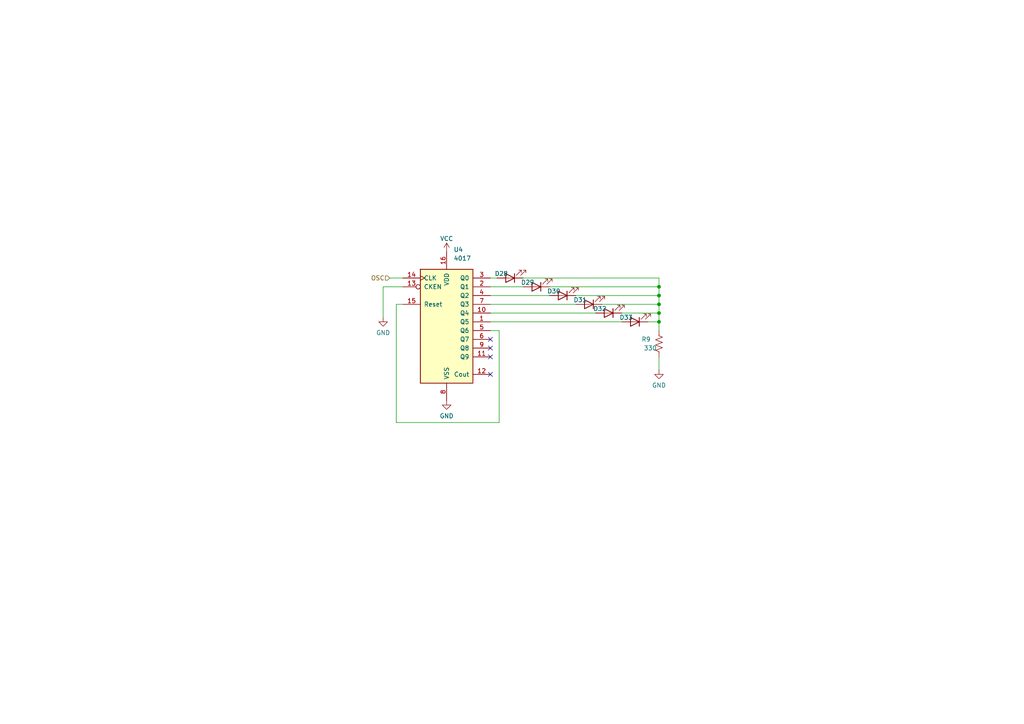
<source format=kicad_sch>
(kicad_sch (version 20211123) (generator eeschema)
  (paper "A4")
  (lib_symbols
    (symbol "4xxx:4017" (pin_names (offset 1.016))
      (property "Reference" "U" (at -7.62 16.51 0))
      (property "Value" "4017" (at -7.62 -19.05 0))
      (symbol "4017_1_0"
        (pin output line (at 12.7 0 180) (length 5.08) (name "Q5") (number "1"))
        (pin output line (at 12.7 2.54 180) (length 5.08) (name "Q4") (number "10"))
        (pin output line (at 12.7 -10.16 180) (length 5.08) (name "Q9") (number "11"))
        (pin output line (at 12.7 -15.24 180) (length 5.08) (name "Cout") (number "12"))
        (pin input inverted (at -12.7 10.16 0) (length 5.08) (name "CKEN") (number "13"))
        (pin input clock (at -12.7 12.7 0) (length 5.08) (name "CLK") (number "14"))
        (pin input line (at -12.7 5.08 0) (length 5.08) (name "Reset") (number "15"))
        (pin power_in line (at 0 20.32 270) (length 5.08) (name "VDD") (number "16"))
        (pin output line (at 12.7 10.16 180) (length 5.08) (name "Q1") (number "2"))
        (pin output line (at 12.7 12.7 180) (length 5.08) (name "Q0") (number "3"))
        (pin output line (at 12.7 7.62 180) (length 5.08) (name "Q2") (number "4"))
        (pin output line (at 12.7 -2.54 180) (length 5.08) (name "Q6") (number "5"))
        (pin output line (at 12.7 -5.08 180) (length 5.08) (name "Q7") (number "6"))
        (pin output line (at 12.7 5.08 180) (length 5.08) (name "Q3") (number "7"))
        (pin power_in line (at 0 -22.86 90) (length 5.08) (name "VSS") (number "8"))
        (pin output line (at 12.7 -7.62 180) (length 5.08) (name "Q8") (number "9"))
      )
      (symbol "4017_1_1"
        (rectangle (start -7.62 15.24) (end 7.62 -17.78) (stroke (width 0.254)) (fill (type background)))
      )
    )
    (symbol "Device:LED" (pin_numbers hide) (pin_names (offset 1.016) hide)
      (property "Reference" "D" (at 0 2.54 0))
      (property "Value" "LED" (at 0 -2.54 0))
      (symbol "LED_0_1"
        (polyline (pts (xy -1.27 -1.27) (xy -1.27 1.27)) (stroke (width 0.254)))
        (polyline (pts (xy -1.27 0) (xy 1.27 0)))
        (polyline (pts (xy 1.27 -1.27) (xy 1.27 1.27) (xy -1.27 0) (xy 1.27 -1.27)) (stroke (width 0.254)))
        (polyline (pts (xy -3.048 -0.762) (xy -4.572 -2.286) (xy -3.81 -2.286) (xy -4.572 -2.286) (xy -4.572 -1.524)))
        (polyline (pts (xy -1.778 -0.762) (xy -3.302 -2.286) (xy -2.54 -2.286) (xy -3.302 -2.286) (xy -3.302 -1.524)))
      )
      (symbol "LED_1_1"
        (pin passive line (at -3.81 0 0) (length 2.54) (name "K") (number "1"))
        (pin passive line (at 3.81 0 180) (length 2.54) (name "A") (number "2"))
      )
    )
    (symbol "Device:R_US" (pin_numbers hide) (pin_names (offset 0))
      (property "Reference" "R" (at 2.54 0 90))
      (property "Value" "R_US" (at -2.54 0 90))
      (symbol "R_US_0_1"
        (polyline (pts (xy 0 -2.286) (xy 0 -2.54)))
        (polyline (pts (xy 0 2.286) (xy 0 2.54)))
        (polyline (pts (xy 0 -0.762) (xy 1.016 -1.143) (xy 0 -1.524) (xy -1.016 -1.905) (xy 0 -2.286)))
        (polyline (pts (xy 0 0.762) (xy 1.016 0.381) (xy 0 0) (xy -1.016 -0.381) (xy 0 -0.762)))
        (polyline (pts (xy 0 2.286) (xy 1.016 1.905) (xy 0 1.524) (xy -1.016 1.143) (xy 0 0.762)))
      )
      (symbol "R_US_1_1"
        (pin passive line (at 0 3.81 270) (length 1.27) (name "~") (number "1"))
        (pin passive line (at 0 -3.81 90) (length 1.27) (name "~") (number "2"))
      )
    )
    (symbol "power:GND" (power) (pin_names (offset 0))
      (property "Value" "GND" (at 0 -3.81 0))
      (symbol "GND_0_1"
        (polyline (pts (xy 0 0) (xy 0 -1.27) (xy 1.27 -1.27) (xy 0 -2.54) (xy -1.27 -1.27) (xy 0 -1.27)))
      )
      (symbol "GND_1_1"
        (pin power_in line (at 0 0 270) (length 0) hide (name "GND") (number "1"))
      )
    )
    (symbol "power:VCC" (power) (pin_names (offset 0))
      (property "Value" "VCC" (at 0 3.81 0))
      (symbol "VCC_0_1"
        (polyline (pts (xy -0.762 1.27) (xy 0 2.54)))
        (polyline (pts (xy 0 0) (xy 0 2.54)))
        (polyline (pts (xy 0 2.54) (xy 0.762 1.27)))
      )
      (symbol "VCC_1_1"
        (pin power_in line (at 0 0 90) (length 0) hide (name "VCC") (number "1"))
      )
    )
  )
  (junction (at 191.135 90.805))
  (junction (at 191.135 93.345))
  (junction (at 191.135 83.185))
  (junction (at 191.135 88.265))
  (junction (at 191.135 85.725))
  (no_connect (at 142.24 108.585))
  (no_connect (at 142.24 103.505))
  (no_connect (at 142.24 98.425))
  (no_connect (at 142.24 100.965))
  (wire (pts (xy 111.125 83.185) (xy 111.125 92.075)))
  (wire (pts (xy 142.24 80.645) (xy 144.145 80.645)))
  (wire (pts (xy 191.135 88.265) (xy 191.135 90.805)))
  (wire (pts (xy 142.24 83.185) (xy 151.765 83.185)))
  (wire (pts (xy 191.135 93.345) (xy 187.96 93.345)))
  (wire (pts (xy 116.84 83.185) (xy 111.125 83.185)))
  (wire (pts (xy 191.135 93.345) (xy 191.135 95.885)))
  (wire (pts (xy 151.765 80.645) (xy 191.135 80.645)))
  (wire (pts (xy 167.005 85.725) (xy 191.135 85.725)))
  (wire (pts (xy 191.135 85.725) (xy 191.135 88.265)))
  (wire (pts (xy 142.24 93.345) (xy 180.34 93.345)))
  (wire (pts (xy 144.78 122.555) (xy 144.78 95.885)))
  (wire (pts (xy 142.24 90.805) (xy 172.72 90.805)))
  (wire (pts (xy 142.24 88.265) (xy 167.005 88.265)))
  (wire (pts (xy 191.135 83.185) (xy 191.135 85.725)))
  (wire (pts (xy 114.935 122.555) (xy 144.78 122.555)))
  (wire (pts (xy 180.34 90.805) (xy 191.135 90.805)))
  (wire (pts (xy 191.135 80.645) (xy 191.135 83.185)))
  (wire (pts (xy 114.935 88.265) (xy 116.84 88.265)))
  (wire (pts (xy 114.935 88.265) (xy 114.935 122.555)))
  (wire (pts (xy 144.78 95.885) (xy 142.24 95.885)))
  (wire (pts (xy 142.24 85.725) (xy 159.385 85.725)))
  (wire (pts (xy 191.135 90.805) (xy 191.135 93.345)))
  (wire (pts (xy 191.135 103.505) (xy 191.135 107.315)))
  (wire (pts (xy 174.625 88.265) (xy 191.135 88.265)))
  (wire (pts (xy 159.385 83.185) (xy 191.135 83.185)))
  (wire (pts (xy 113.03 80.645) (xy 116.84 80.645)))
  (hierarchical_label "OSC" (shape input) (at 113.03 80.645 180))
  (symbol (lib_id "power:GND") (at 191.135 107.315 0) (unit 1)
    (property "Reference" "#PWR015" (effects hide))
    (property "Value" "GND" (at 191.135 111.76 0))
  )
  (symbol (lib_id "power:VCC") (at 129.54 73.025 0) (unit 1)
    (property "Reference" "#PWR013" (effects hide))
    (property "Value" "VCC" (at 129.54 69.215 0))
  )
  (symbol (lib_id "power:GND") (at 111.125 92.075 0) (unit 1)
    (property "Reference" "#PWR014" (effects hide))
    (property "Value" "GND" (at 111.125 96.52 0))
  )
  (symbol (lib_id "Device:LED") (at 176.53 90.805 180) (unit 1)
    (property "Reference" "D32" (at 173.99 89.535 0))
    (property "Value" "LED" (effects hide))
  )
  (symbol (lib_id "Device:LED") (at 155.575 83.185 180) (unit 1)
    (property "Reference" "D29" (at 153.035 81.915 0))
    (property "Value" "LED" (effects hide))
  )
  (symbol (lib_id "power:GND") (at 129.54 116.205 0) (unit 1)
    (property "Reference" "#PWR016" (effects hide))
    (property "Value" "GND" (at 129.54 120.65 0))
  )
  (symbol (lib_id "Device:LED") (at 147.955 80.645 180) (unit 1)
    (property "Reference" "D28" (at 145.415 79.375 0))
    (property "Value" "LED" (effects hide))
  )
  (symbol (lib_id "Device:LED") (at 170.815 88.265 180) (unit 1)
    (property "Reference" "D31" (at 168.275 86.995 0))
    (property "Value" "LED" (effects hide))
  )
  (symbol (lib_id "4xxx:4017") (at 129.54 93.345 0) (unit 1)
    (property "Reference" "U4" (at 131.5594 72.39 0) (effects (justify left)))
    (property "Value" "4017" (at 131.5594 74.93 0) (effects (justify left)))
    (property "Datasheet" "http://www.intersil.com/content/dam/Intersil/documents/cd40/cd4017bms-22bms.pdf" (effects hide))
  )
  (symbol (lib_id "Device:R_US") (at 191.135 99.695 0) (unit 1)
    (property "Reference" "R9" (at 186.055 98.425 0) (effects (justify left)))
    (property "Value" "330" (at 186.69 100.965 0) (effects (justify left)))
    (property "Footprint" "Resistor_THT:R_Axial_DIN0204_L3.6mm_D1.6mm_P7.62mm_Horizontal" (effects hide))
  )
  (symbol (lib_id "Device:LED") (at 184.15 93.345 180) (unit 1)
    (property "Reference" "D33" (at 181.61 92.075 0))
    (property "Value" "LED" (effects hide))
  )
  (symbol (lib_id "Device:LED") (at 163.195 85.725 180) (unit 1)
    (property "Reference" "D30" (at 160.655 84.455 0))
    (property "Value" "LED" (effects hide))
  )
)
</source>
